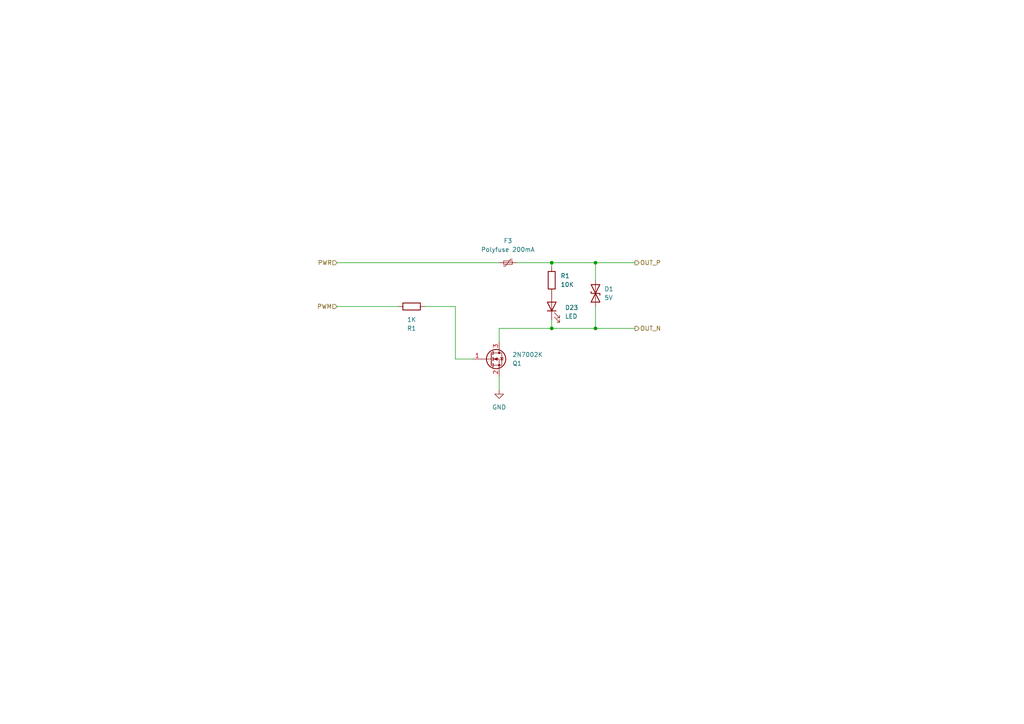
<source format=kicad_sch>
(kicad_sch (version 20230121) (generator eeschema)
  (paper "A4")
  (title_block (title "BrickPico - Open Source LED Controller") (date "2023-12-07") (rev "1.0") (company "Timo Kokkonen <tjko@iki.fi>") (comment 2 "BrickPico-8"))
  (lib_symbols
    (symbol "Device:D_TVS" (pin_numbers hide) (pin_names (offset 1.016) hide)
      (property "Reference" "D" (at 0 2.54 0))
      (property "Value" "D_TVS" (at 0 -2.54 0))
      (symbol "D_TVS_0_1"
        (polyline (pts (xy 1.27 0) (xy -1.27 0)))
        (polyline (pts (xy 0.508 1.27) (xy 0 1.27) (xy 0 -1.27) (xy -0.508 -1.27)) (stroke (width 0.254)))
        (polyline (pts (xy -2.54 1.27) (xy -2.54 -1.27) (xy 2.54 1.27) (xy 2.54 -1.27) (xy -2.54 1.27)) (stroke (width 0.254)))
      )
      (symbol "D_TVS_1_1"
        (pin passive line (at -3.81 0 0) (length 2.54) (name "A1") (number "1"))
        (pin passive line (at 3.81 0 180) (length 2.54) (name "A2") (number "2"))
      )
    )
    (symbol "Device:LED" (pin_numbers hide) (pin_names (offset 1.016) hide)
      (property "Reference" "D" (at 0 2.54 0))
      (property "Value" "LED" (at 0 -2.54 0))
      (symbol "LED_0_1"
        (polyline (pts (xy -1.27 -1.27) (xy -1.27 1.27)) (stroke (width 0.254)))
        (polyline (pts (xy -1.27 0) (xy 1.27 0)))
        (polyline (pts (xy 1.27 -1.27) (xy 1.27 1.27) (xy -1.27 0) (xy 1.27 -1.27)) (stroke (width 0.254)))
        (polyline (pts (xy -3.048 -0.762) (xy -4.572 -2.286) (xy -3.81 -2.286) (xy -4.572 -2.286) (xy -4.572 -1.524)))
        (polyline (pts (xy -1.778 -0.762) (xy -3.302 -2.286) (xy -2.54 -2.286) (xy -3.302 -2.286) (xy -3.302 -1.524)))
      )
      (symbol "LED_1_1"
        (pin passive line (at -3.81 0 0) (length 2.54) (name "K") (number "1"))
        (pin passive line (at 3.81 0 180) (length 2.54) (name "A") (number "2"))
      )
    )
    (symbol "Device:Polyfuse_Small" (pin_numbers hide) (pin_names (offset 0))
      (property "Reference" "F" (at -1.905 0 90))
      (property "Value" "Polyfuse_Small" (at 1.905 0 90))
      (symbol "Polyfuse_Small_0_1"
        (rectangle (start -0.508 1.27) (end 0.508 -1.27))
        (polyline (pts (xy 0 2.54) (xy 0 -2.54)))
        (polyline (pts (xy -1.016 1.27) (xy -1.016 0.762) (xy 1.016 -0.762) (xy 1.016 -1.27)))
      )
      (symbol "Polyfuse_Small_1_1"
        (pin passive line (at 0 2.54 270) (length 0.635) (name "~") (number "1"))
        (pin passive line (at 0 -2.54 90) (length 0.635) (name "~") (number "2"))
      )
    )
    (symbol "Device:R" (pin_numbers hide) (pin_names (offset 0))
      (property "Reference" "R" (at 2.032 0 90))
      (property "Value" "R" (at 0 0 90))
      (symbol "R_0_1"
        (rectangle (start -1.016 -2.54) (end 1.016 2.54) (stroke (width 0.254)))
      )
      (symbol "R_1_1"
        (pin passive line (at 0 3.81 270) (length 1.27) (name "~") (number "1"))
        (pin passive line (at 0 -3.81 90) (length 1.27) (name "~") (number "2"))
      )
    )
    (symbol "Transistor_FET:2N7002K" (pin_names hide)
      (property "Reference" "Q" (at 5.08 1.905 0))
      (property "Value" "2N7002K" (at 5.08 0 0))
      (symbol "2N7002K_0_1"
        (polyline (pts (xy 0.254 0) (xy -2.54 0)))
        (polyline (pts (xy 0.254 1.905) (xy 0.254 -1.905)) (stroke (width 0.254)))
        (polyline (pts (xy 0.762 -1.27) (xy 0.762 -2.286)) (stroke (width 0.254)))
        (polyline (pts (xy 0.762 0.508) (xy 0.762 -0.508)) (stroke (width 0.254)))
        (polyline (pts (xy 0.762 2.286) (xy 0.762 1.27)) (stroke (width 0.254)))
        (polyline (pts (xy 2.54 2.54) (xy 2.54 1.778)))
        (polyline (pts (xy 2.54 -2.54) (xy 2.54 0) (xy 0.762 0)))
        (polyline (pts (xy 0.762 -1.778) (xy 3.302 -1.778) (xy 3.302 1.778) (xy 0.762 1.778)))
        (polyline (pts (xy 1.016 0) (xy 2.032 0.381) (xy 2.032 -0.381) (xy 1.016 0)) (fill (type outline)))
        (polyline (pts (xy 2.794 0.508) (xy 2.921 0.381) (xy 3.683 0.381) (xy 3.81 0.254)))
        (polyline (pts (xy 3.302 0.381) (xy 2.921 -0.254) (xy 3.683 -0.254) (xy 3.302 0.381)))
        (circle (center 1.651 0) (radius 2.794) (stroke (width 0.254)))
        (circle (center 2.54 -1.778) (radius 0.254) (fill (type outline)))
        (circle (center 2.54 1.778) (radius 0.254) (fill (type outline)))
      )
      (symbol "2N7002K_1_1"
        (pin input line (at -5.08 0 0) (length 2.54) (name "G") (number "1"))
        (pin passive line (at 2.54 -5.08 90) (length 2.54) (name "S") (number "2"))
        (pin passive line (at 2.54 5.08 270) (length 2.54) (name "D") (number "3"))
      )
    )
    (symbol "power:GND" (power) (pin_names (offset 0))
      (property "Value" "GND" (at 0 -3.81 0))
      (symbol "GND_0_1"
        (polyline (pts (xy 0 0) (xy 0 -1.27) (xy 1.27 -1.27) (xy 0 -2.54) (xy -1.27 -1.27) (xy 0 -1.27)))
      )
      (symbol "GND_1_1"
        (pin power_in line (at 0 0 270) (length 0) hide (name "GND") (number "1"))
      )
    )
  )
  (junction (at 172.72 95.25))
  (junction (at 160.02 76.2))
  (junction (at 172.72 76.2))
  (junction (at 160.02 95.25))
  (wire (pts (xy 97.79 88.9) (xy 115.57 88.9)))
  (wire (pts (xy 144.78 95.25) (xy 160.02 95.25)))
  (wire (pts (xy 160.02 76.2) (xy 172.72 76.2)))
  (wire (pts (xy 97.79 76.2) (xy 144.78 76.2)))
  (wire (pts (xy 160.02 95.25) (xy 160.02 92.71)))
  (wire (pts (xy 172.72 88.9) (xy 172.72 95.25)))
  (wire (pts (xy 172.72 95.25) (xy 184.15 95.25)))
  (wire (pts (xy 172.72 81.28) (xy 172.72 76.2)))
  (wire (pts (xy 132.08 88.9) (xy 123.19 88.9)))
  (wire (pts (xy 137.16 104.14) (xy 132.08 104.14)))
  (wire (pts (xy 144.78 95.25) (xy 144.78 99.06)))
  (wire (pts (xy 172.72 76.2) (xy 184.15 76.2)))
  (wire (pts (xy 144.78 109.22) (xy 144.78 113.03)))
  (wire (pts (xy 149.86 76.2) (xy 160.02 76.2)))
  (wire (pts (xy 132.08 104.14) (xy 132.08 88.9)))
  (wire (pts (xy 160.02 77.47) (xy 160.02 76.2)))
  (wire (pts (xy 160.02 95.25) (xy 172.72 95.25)))
  (text "${SHEETNAME}" (at 36.83 21.59 0) (effects (font (size 3 3)) (justify left bottom)))
  (hierarchical_label "OUT_P" (shape output) (at 184.15 76.2 0))
  (hierarchical_label "PWM" (shape input) (at 97.79 88.9 180))
  (hierarchical_label "OUT_N" (shape output) (at 184.15 95.25 0))
  (hierarchical_label "PWR" (shape input) (at 97.79 76.2 180))
  (symbol (lib_id "Device:R") (at 119.38 88.9 270) (unit 1)
    (property "Reference" "R1" (at 119.38 95.25 90))
    (property "Value" "1K" (at 119.38 92.71 90))
    (property "Footprint" "Resistor_SMD:R_0603_1608Metric_Pad0.98x0.95mm_HandSolder" (effects hide))
    (property "LCSC Part Number" "C22548" (effects hide))
    (instances (project "brickpico" (path "" (reference "R1") (unit 1)) (path "" (reference "R8") (unit 1)) (path "" (reference "R10") (unit 1)) (path "" (reference "R12") (unit 1)) (path "" (reference "R14") (unit 1)) (path "" (reference "R16") (unit 1)) (path "" (reference "R18") (unit 1)) (path "" (reference "R20") (unit 1)) (path "" (reference "R22") (unit 1))))
  )
  (symbol (lib_id "Device:LED") (at 160.02 88.9 90) (unit 1)
    (property "Reference" "D23" (at 163.83 89.2175 90) (effects (justify right)))
    (property "Value" "LED" (at 163.83 91.7575 90) (effects (justify right)))
    (property "Footprint" "LED_SMD:LED_0805_2012Metric_Pad1.15x1.40mm_HandSolder" (effects hide))
    (property "LCSC Part Number" "C434432" (effects hide))
    (property "Mouser Part Number" "710-150080GS75000" (effects hide))
    (instances (project "brickpico" (path "" (reference "D23") (unit 1)) (path "" (reference "D25") (unit 1)) (path "" (reference "D27") (unit 1)) (path "" (reference "D29") (unit 1)) (path "" (reference "D31") (unit 1)) (path "" (reference "D33") (unit 1)) (path "" (reference "D35") (unit 1)) (path "" (reference "D37") (unit 1))))
  )
  (symbol (lib_id "Device:R") (at 160.02 81.28 0) (unit 1)
    (property "Reference" "R1" (at 162.56 80.01 0) (effects (justify left)))
    (property "Value" "10K" (at 162.56 82.55 0) (effects (justify left)))
    (property "Footprint" "Resistor_SMD:R_0603_1608Metric_Pad0.98x0.95mm_HandSolder" (effects hide))
    (property "LCSC Part Number" "C98220" (effects hide))
    (instances (project "brickpico" (path "" (reference "R1") (unit 1)) (path "" (reference "R9") (unit 1)) (path "" (reference "R11") (unit 1)) (path "" (reference "R13") (unit 1)) (path "" (reference "R15") (unit 1)) (path "" (reference "R17") (unit 1)) (path "" (reference "R19") (unit 1)) (path "" (reference "R21") (unit 1)) (path "" (reference "R23") (unit 1))))
  )
  (symbol (lib_id "Transistor_FET:2N7002K") (at 142.24 104.14 0) (unit 1)
    (property "Reference" "Q1" (at 148.59 105.41 0) (effects (justify left)))
    (property "Value" "2N7002K" (at 148.59 102.87 0) (effects (justify left)))
    (property "Footprint" "Package_TO_SOT_SMD:SOT-23" (effects hide))
    (property "LCSC Part Number" "C414015" (effects hide))
    (property "Mouser Part Number" "512-2N7002K" (effects hide))
    (instances (project "brickpico" (path "" (reference "Q1") (unit 1)) (path "" (reference "Q1") (unit 1)) (path "" (reference "Q2") (unit 1)) (path "" (reference "Q3") (unit 1)) (path "" (reference "Q4") (unit 1)) (path "" (reference "Q5") (unit 1)) (path "" (reference "Q6") (unit 1)) (path "" (reference "Q7") (unit 1)) (path "" (reference "Q8") (unit 1))))
  )
  (symbol (lib_id "Device:D_TVS") (at 172.72 85.09 90) (unit 1)
    (property "Reference" "D1" (at 175.26 83.82 90) (effects (justify right)))
    (property "Value" "5V" (at 175.26 86.36 90) (effects (justify right)))
    (property "Footprint" "Diode_SMD:D_SOD-323_HandSoldering" (effects hide))
    (property "LCSC Part Number" "C5180216" (effects hide))
    (property "Mouser Part Number" "621-DESD5V0U1BA-7" (effects hide))
    (instances (project "brickpico" (path "" (reference "D1") (unit 1)) (path "" (reference "D24") (unit 1)) (path "" (reference "D26") (unit 1)) (path "" (reference "D28") (unit 1)) (path "" (reference "D30") (unit 1)) (path "" (reference "D32") (unit 1)) (path "" (reference "D34") (unit 1)) (path "" (reference "D36") (unit 1)) (path "" (reference "D38") (unit 1))))
  )
  (symbol (lib_id "Device:Polyfuse_Small") (at 147.32 76.2 90) (unit 1)
    (property "Reference" "F3" (at 147.32 69.85 90))
    (property "Value" "Polyfuse 200mA" (at 147.32 72.39 90))
    (property "Footprint" "Fuse:Fuse_1210_3225Metric_Pad1.42x2.65mm_HandSolder" (effects hide))
    (property "LCSC Part Number" "C70088" (effects hide))
    (property "Mouser Part Number" "530-0ZCJ0020FF2E" (effects hide))
    (instances (project "brickpico" (path "" (reference "F3") (unit 1)) (path "" (reference "F4") (unit 1)) (path "" (reference "F5") (unit 1)) (path "" (reference "F6") (unit 1)) (path "" (reference "F7") (unit 1)) (path "" (reference "F8") (unit 1)) (path "" (reference "F9") (unit 1)) (path "" (reference "F10") (unit 1))))
  )
  (symbol (lib_id "power:GND") (at 144.78 113.03 0) (unit 1)
    (property "Reference" "#PWR01" (effects hide))
    (property "Value" "GND" (at 144.78 118.11 0))
    (instances (project "brickpico" (path "" (reference "#PWR01") (unit 1)) (path "" (reference "#PWR017") (unit 1)) (path "" (reference "#PWR018") (unit 1)) (path "" (reference "#PWR019") (unit 1)) (path "" (reference "#PWR020") (unit 1)) (path "" (reference "#PWR021") (unit 1)) (path "" (reference "#PWR022") (unit 1)) (path "" (reference "#PWR023") (unit 1)) (path "" (reference "#PWR024") (unit 1))))
  )
)
</source>
